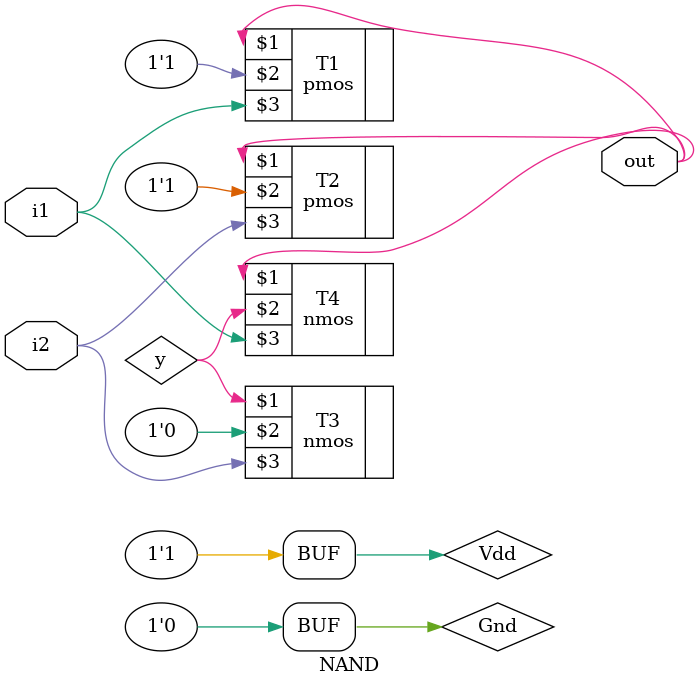
<source format=sv>
  `timescale 1ns/1ns
module NAND (input i1,i2,output out);
//Here I have defined the needed wires and supplies.
   wire y;
   supply1 Vdd;
   supply0 Gnd;
//Here we connect the pmos and nmos transistors accordingly.
   pmos #(5,6,7) T1(out,Vdd,i1);
   pmos #(5,6,7) T2(out,Vdd,i2);
   nmos #(3,4,5) T3(y,Gnd,i2);
   nmos #(3,4,5) T4(out,y,i1);
endmodule

</source>
